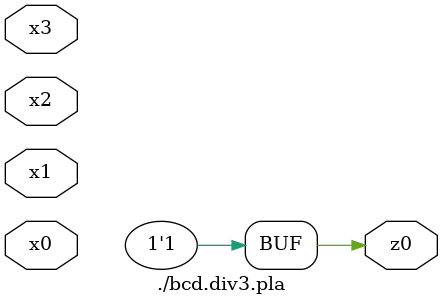
<source format=v>

module \./bcd.div3.pla  ( 
    x0, x1, x2, x3,
    z0  );
  input  x0, x1, x2, x3;
  output z0;
  assign z0 = 1'b1;
endmodule



</source>
